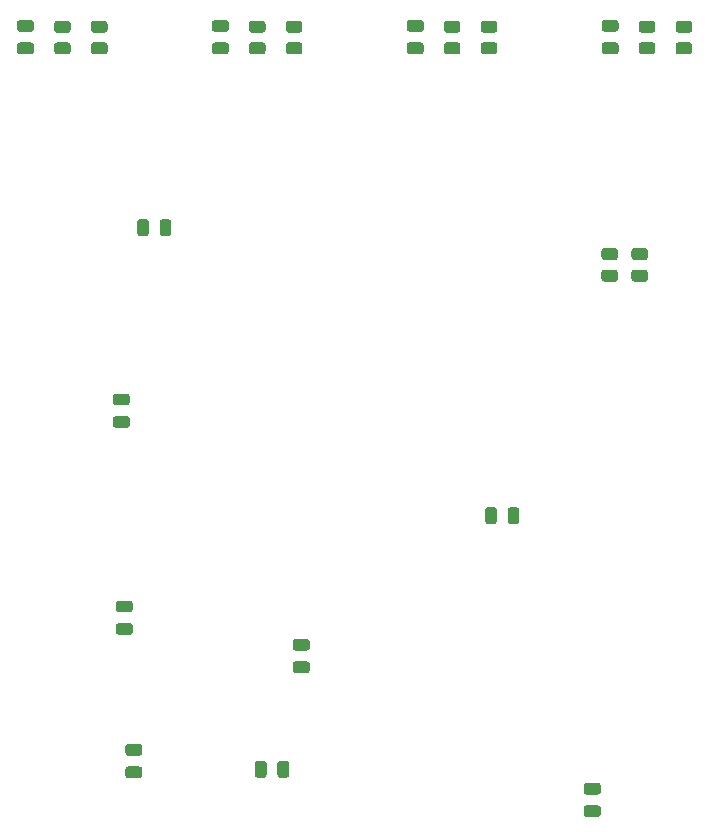
<source format=gbr>
%TF.GenerationSoftware,KiCad,Pcbnew,(5.1.10)-1*%
%TF.CreationDate,2024-07-04T18:25:41+02:00*%
%TF.ProjectId,ApiaryWaterDispensingSystem,41706961-7279-4576-9174-657244697370,rev?*%
%TF.SameCoordinates,Original*%
%TF.FileFunction,Paste,Bot*%
%TF.FilePolarity,Positive*%
%FSLAX46Y46*%
G04 Gerber Fmt 4.6, Leading zero omitted, Abs format (unit mm)*
G04 Created by KiCad (PCBNEW (5.1.10)-1) date 2024-07-04 18:25:41*
%MOMM*%
%LPD*%
G01*
G04 APERTURE LIST*
G04 APERTURE END LIST*
%TO.C,C12*%
G36*
G01*
X67584000Y-57161000D02*
X67584000Y-58111000D01*
G75*
G02*
X67334000Y-58361000I-250000J0D01*
G01*
X66834000Y-58361000D01*
G75*
G02*
X66584000Y-58111000I0J250000D01*
G01*
X66584000Y-57161000D01*
G75*
G02*
X66834000Y-56911000I250000J0D01*
G01*
X67334000Y-56911000D01*
G75*
G02*
X67584000Y-57161000I0J-250000D01*
G01*
G37*
G36*
G01*
X69484000Y-57161000D02*
X69484000Y-58111000D01*
G75*
G02*
X69234000Y-58361000I-250000J0D01*
G01*
X68734000Y-58361000D01*
G75*
G02*
X68484000Y-58111000I0J250000D01*
G01*
X68484000Y-57161000D01*
G75*
G02*
X68734000Y-56911000I250000J0D01*
G01*
X69234000Y-56911000D01*
G75*
G02*
X69484000Y-57161000I0J-250000D01*
G01*
G37*
%TD*%
%TO.C,C11*%
G36*
G01*
X97948000Y-82495000D02*
X97948000Y-81545000D01*
G75*
G02*
X98198000Y-81295000I250000J0D01*
G01*
X98698000Y-81295000D01*
G75*
G02*
X98948000Y-81545000I0J-250000D01*
G01*
X98948000Y-82495000D01*
G75*
G02*
X98698000Y-82745000I-250000J0D01*
G01*
X98198000Y-82745000D01*
G75*
G02*
X97948000Y-82495000I0J250000D01*
G01*
G37*
G36*
G01*
X96048000Y-82495000D02*
X96048000Y-81545000D01*
G75*
G02*
X96298000Y-81295000I250000J0D01*
G01*
X96798000Y-81295000D01*
G75*
G02*
X97048000Y-81545000I0J-250000D01*
G01*
X97048000Y-82495000D01*
G75*
G02*
X96798000Y-82745000I-250000J0D01*
G01*
X96298000Y-82745000D01*
G75*
G02*
X96048000Y-82495000I0J250000D01*
G01*
G37*
%TD*%
%TO.C,C10*%
G36*
G01*
X80005000Y-94350000D02*
X80955000Y-94350000D01*
G75*
G02*
X81205000Y-94600000I0J-250000D01*
G01*
X81205000Y-95100000D01*
G75*
G02*
X80955000Y-95350000I-250000J0D01*
G01*
X80005000Y-95350000D01*
G75*
G02*
X79755000Y-95100000I0J250000D01*
G01*
X79755000Y-94600000D01*
G75*
G02*
X80005000Y-94350000I250000J0D01*
G01*
G37*
G36*
G01*
X80005000Y-92450000D02*
X80955000Y-92450000D01*
G75*
G02*
X81205000Y-92700000I0J-250000D01*
G01*
X81205000Y-93200000D01*
G75*
G02*
X80955000Y-93450000I-250000J0D01*
G01*
X80005000Y-93450000D01*
G75*
G02*
X79755000Y-93200000I0J250000D01*
G01*
X79755000Y-92700000D01*
G75*
G02*
X80005000Y-92450000I250000J0D01*
G01*
G37*
%TD*%
%TO.C,C9*%
G36*
G01*
X65715000Y-72680000D02*
X64765000Y-72680000D01*
G75*
G02*
X64515000Y-72430000I0J250000D01*
G01*
X64515000Y-71930000D01*
G75*
G02*
X64765000Y-71680000I250000J0D01*
G01*
X65715000Y-71680000D01*
G75*
G02*
X65965000Y-71930000I0J-250000D01*
G01*
X65965000Y-72430000D01*
G75*
G02*
X65715000Y-72680000I-250000J0D01*
G01*
G37*
G36*
G01*
X65715000Y-74580000D02*
X64765000Y-74580000D01*
G75*
G02*
X64515000Y-74330000I0J250000D01*
G01*
X64515000Y-73830000D01*
G75*
G02*
X64765000Y-73580000I250000J0D01*
G01*
X65715000Y-73580000D01*
G75*
G02*
X65965000Y-73830000I0J-250000D01*
G01*
X65965000Y-74330000D01*
G75*
G02*
X65715000Y-74580000I-250000J0D01*
G01*
G37*
%TD*%
%TO.C,C8*%
G36*
G01*
X65825000Y-103250000D02*
X66775000Y-103250000D01*
G75*
G02*
X67025000Y-103500000I0J-250000D01*
G01*
X67025000Y-104000000D01*
G75*
G02*
X66775000Y-104250000I-250000J0D01*
G01*
X65825000Y-104250000D01*
G75*
G02*
X65575000Y-104000000I0J250000D01*
G01*
X65575000Y-103500000D01*
G75*
G02*
X65825000Y-103250000I250000J0D01*
G01*
G37*
G36*
G01*
X65825000Y-101350000D02*
X66775000Y-101350000D01*
G75*
G02*
X67025000Y-101600000I0J-250000D01*
G01*
X67025000Y-102100000D01*
G75*
G02*
X66775000Y-102350000I-250000J0D01*
G01*
X65825000Y-102350000D01*
G75*
G02*
X65575000Y-102100000I0J250000D01*
G01*
X65575000Y-101600000D01*
G75*
G02*
X65825000Y-101350000I250000J0D01*
G01*
G37*
%TD*%
%TO.C,C7*%
G36*
G01*
X65969000Y-90206000D02*
X65019000Y-90206000D01*
G75*
G02*
X64769000Y-89956000I0J250000D01*
G01*
X64769000Y-89456000D01*
G75*
G02*
X65019000Y-89206000I250000J0D01*
G01*
X65969000Y-89206000D01*
G75*
G02*
X66219000Y-89456000I0J-250000D01*
G01*
X66219000Y-89956000D01*
G75*
G02*
X65969000Y-90206000I-250000J0D01*
G01*
G37*
G36*
G01*
X65969000Y-92106000D02*
X65019000Y-92106000D01*
G75*
G02*
X64769000Y-91856000I0J250000D01*
G01*
X64769000Y-91356000D01*
G75*
G02*
X65019000Y-91106000I250000J0D01*
G01*
X65969000Y-91106000D01*
G75*
G02*
X66219000Y-91356000I0J-250000D01*
G01*
X66219000Y-91856000D01*
G75*
G02*
X65969000Y-92106000I-250000J0D01*
G01*
G37*
%TD*%
%TO.C,C6*%
G36*
G01*
X77550000Y-103025000D02*
X77550000Y-103975000D01*
G75*
G02*
X77300000Y-104225000I-250000J0D01*
G01*
X76800000Y-104225000D01*
G75*
G02*
X76550000Y-103975000I0J250000D01*
G01*
X76550000Y-103025000D01*
G75*
G02*
X76800000Y-102775000I250000J0D01*
G01*
X77300000Y-102775000D01*
G75*
G02*
X77550000Y-103025000I0J-250000D01*
G01*
G37*
G36*
G01*
X79450000Y-103025000D02*
X79450000Y-103975000D01*
G75*
G02*
X79200000Y-104225000I-250000J0D01*
G01*
X78700000Y-104225000D01*
G75*
G02*
X78450000Y-103975000I0J250000D01*
G01*
X78450000Y-103025000D01*
G75*
G02*
X78700000Y-102775000I250000J0D01*
G01*
X79200000Y-102775000D01*
G75*
G02*
X79450000Y-103025000I0J-250000D01*
G01*
G37*
%TD*%
%TO.C,C5*%
G36*
G01*
X105593000Y-105634000D02*
X104643000Y-105634000D01*
G75*
G02*
X104393000Y-105384000I0J250000D01*
G01*
X104393000Y-104884000D01*
G75*
G02*
X104643000Y-104634000I250000J0D01*
G01*
X105593000Y-104634000D01*
G75*
G02*
X105843000Y-104884000I0J-250000D01*
G01*
X105843000Y-105384000D01*
G75*
G02*
X105593000Y-105634000I-250000J0D01*
G01*
G37*
G36*
G01*
X105593000Y-107534000D02*
X104643000Y-107534000D01*
G75*
G02*
X104393000Y-107284000I0J250000D01*
G01*
X104393000Y-106784000D01*
G75*
G02*
X104643000Y-106534000I250000J0D01*
G01*
X105593000Y-106534000D01*
G75*
G02*
X105843000Y-106784000I0J-250000D01*
G01*
X105843000Y-107284000D01*
G75*
G02*
X105593000Y-107534000I-250000J0D01*
G01*
G37*
%TD*%
%TO.C,R10*%
G36*
G01*
X63825001Y-41137500D02*
X62924999Y-41137500D01*
G75*
G02*
X62675000Y-40887501I0J249999D01*
G01*
X62675000Y-40362499D01*
G75*
G02*
X62924999Y-40112500I249999J0D01*
G01*
X63825001Y-40112500D01*
G75*
G02*
X64075000Y-40362499I0J-249999D01*
G01*
X64075000Y-40887501D01*
G75*
G02*
X63825001Y-41137500I-249999J0D01*
G01*
G37*
G36*
G01*
X63825001Y-42962500D02*
X62924999Y-42962500D01*
G75*
G02*
X62675000Y-42712501I0J249999D01*
G01*
X62675000Y-42187499D01*
G75*
G02*
X62924999Y-41937500I249999J0D01*
G01*
X63825001Y-41937500D01*
G75*
G02*
X64075000Y-42187499I0J-249999D01*
G01*
X64075000Y-42712501D01*
G75*
G02*
X63825001Y-42962500I-249999J0D01*
G01*
G37*
%TD*%
%TO.C,R9*%
G36*
G01*
X60700001Y-41137500D02*
X59799999Y-41137500D01*
G75*
G02*
X59550000Y-40887501I0J249999D01*
G01*
X59550000Y-40362499D01*
G75*
G02*
X59799999Y-40112500I249999J0D01*
G01*
X60700001Y-40112500D01*
G75*
G02*
X60950000Y-40362499I0J-249999D01*
G01*
X60950000Y-40887501D01*
G75*
G02*
X60700001Y-41137500I-249999J0D01*
G01*
G37*
G36*
G01*
X60700001Y-42962500D02*
X59799999Y-42962500D01*
G75*
G02*
X59550000Y-42712501I0J249999D01*
G01*
X59550000Y-42187499D01*
G75*
G02*
X59799999Y-41937500I249999J0D01*
G01*
X60700001Y-41937500D01*
G75*
G02*
X60950000Y-42187499I0J-249999D01*
G01*
X60950000Y-42712501D01*
G75*
G02*
X60700001Y-42962500I-249999J0D01*
G01*
G37*
%TD*%
%TO.C,R8*%
G36*
G01*
X80325001Y-41137500D02*
X79424999Y-41137500D01*
G75*
G02*
X79175000Y-40887501I0J249999D01*
G01*
X79175000Y-40362499D01*
G75*
G02*
X79424999Y-40112500I249999J0D01*
G01*
X80325001Y-40112500D01*
G75*
G02*
X80575000Y-40362499I0J-249999D01*
G01*
X80575000Y-40887501D01*
G75*
G02*
X80325001Y-41137500I-249999J0D01*
G01*
G37*
G36*
G01*
X80325001Y-42962500D02*
X79424999Y-42962500D01*
G75*
G02*
X79175000Y-42712501I0J249999D01*
G01*
X79175000Y-42187499D01*
G75*
G02*
X79424999Y-41937500I249999J0D01*
G01*
X80325001Y-41937500D01*
G75*
G02*
X80575000Y-42187499I0J-249999D01*
G01*
X80575000Y-42712501D01*
G75*
G02*
X80325001Y-42962500I-249999J0D01*
G01*
G37*
%TD*%
%TO.C,R7*%
G36*
G01*
X77200001Y-41137500D02*
X76299999Y-41137500D01*
G75*
G02*
X76050000Y-40887501I0J249999D01*
G01*
X76050000Y-40362499D01*
G75*
G02*
X76299999Y-40112500I249999J0D01*
G01*
X77200001Y-40112500D01*
G75*
G02*
X77450000Y-40362499I0J-249999D01*
G01*
X77450000Y-40887501D01*
G75*
G02*
X77200001Y-41137500I-249999J0D01*
G01*
G37*
G36*
G01*
X77200001Y-42962500D02*
X76299999Y-42962500D01*
G75*
G02*
X76050000Y-42712501I0J249999D01*
G01*
X76050000Y-42187499D01*
G75*
G02*
X76299999Y-41937500I249999J0D01*
G01*
X77200001Y-41937500D01*
G75*
G02*
X77450000Y-42187499I0J-249999D01*
G01*
X77450000Y-42712501D01*
G75*
G02*
X77200001Y-42962500I-249999J0D01*
G01*
G37*
%TD*%
%TO.C,R6*%
G36*
G01*
X96825001Y-41137500D02*
X95924999Y-41137500D01*
G75*
G02*
X95675000Y-40887501I0J249999D01*
G01*
X95675000Y-40362499D01*
G75*
G02*
X95924999Y-40112500I249999J0D01*
G01*
X96825001Y-40112500D01*
G75*
G02*
X97075000Y-40362499I0J-249999D01*
G01*
X97075000Y-40887501D01*
G75*
G02*
X96825001Y-41137500I-249999J0D01*
G01*
G37*
G36*
G01*
X96825001Y-42962500D02*
X95924999Y-42962500D01*
G75*
G02*
X95675000Y-42712501I0J249999D01*
G01*
X95675000Y-42187499D01*
G75*
G02*
X95924999Y-41937500I249999J0D01*
G01*
X96825001Y-41937500D01*
G75*
G02*
X97075000Y-42187499I0J-249999D01*
G01*
X97075000Y-42712501D01*
G75*
G02*
X96825001Y-42962500I-249999J0D01*
G01*
G37*
%TD*%
%TO.C,R5*%
G36*
G01*
X93700001Y-41137500D02*
X92799999Y-41137500D01*
G75*
G02*
X92550000Y-40887501I0J249999D01*
G01*
X92550000Y-40362499D01*
G75*
G02*
X92799999Y-40112500I249999J0D01*
G01*
X93700001Y-40112500D01*
G75*
G02*
X93950000Y-40362499I0J-249999D01*
G01*
X93950000Y-40887501D01*
G75*
G02*
X93700001Y-41137500I-249999J0D01*
G01*
G37*
G36*
G01*
X93700001Y-42962500D02*
X92799999Y-42962500D01*
G75*
G02*
X92550000Y-42712501I0J249999D01*
G01*
X92550000Y-42187499D01*
G75*
G02*
X92799999Y-41937500I249999J0D01*
G01*
X93700001Y-41937500D01*
G75*
G02*
X93950000Y-42187499I0J-249999D01*
G01*
X93950000Y-42712501D01*
G75*
G02*
X93700001Y-42962500I-249999J0D01*
G01*
G37*
%TD*%
%TO.C,R4*%
G36*
G01*
X113325001Y-41137500D02*
X112424999Y-41137500D01*
G75*
G02*
X112175000Y-40887501I0J249999D01*
G01*
X112175000Y-40362499D01*
G75*
G02*
X112424999Y-40112500I249999J0D01*
G01*
X113325001Y-40112500D01*
G75*
G02*
X113575000Y-40362499I0J-249999D01*
G01*
X113575000Y-40887501D01*
G75*
G02*
X113325001Y-41137500I-249999J0D01*
G01*
G37*
G36*
G01*
X113325001Y-42962500D02*
X112424999Y-42962500D01*
G75*
G02*
X112175000Y-42712501I0J249999D01*
G01*
X112175000Y-42187499D01*
G75*
G02*
X112424999Y-41937500I249999J0D01*
G01*
X113325001Y-41937500D01*
G75*
G02*
X113575000Y-42187499I0J-249999D01*
G01*
X113575000Y-42712501D01*
G75*
G02*
X113325001Y-42962500I-249999J0D01*
G01*
G37*
%TD*%
%TO.C,R3*%
G36*
G01*
X106139999Y-61187500D02*
X107040001Y-61187500D01*
G75*
G02*
X107290000Y-61437499I0J-249999D01*
G01*
X107290000Y-61962501D01*
G75*
G02*
X107040001Y-62212500I-249999J0D01*
G01*
X106139999Y-62212500D01*
G75*
G02*
X105890000Y-61962501I0J249999D01*
G01*
X105890000Y-61437499D01*
G75*
G02*
X106139999Y-61187500I249999J0D01*
G01*
G37*
G36*
G01*
X106139999Y-59362500D02*
X107040001Y-59362500D01*
G75*
G02*
X107290000Y-59612499I0J-249999D01*
G01*
X107290000Y-60137501D01*
G75*
G02*
X107040001Y-60387500I-249999J0D01*
G01*
X106139999Y-60387500D01*
G75*
G02*
X105890000Y-60137501I0J249999D01*
G01*
X105890000Y-59612499D01*
G75*
G02*
X106139999Y-59362500I249999J0D01*
G01*
G37*
%TD*%
%TO.C,R2*%
G36*
G01*
X110200001Y-41137500D02*
X109299999Y-41137500D01*
G75*
G02*
X109050000Y-40887501I0J249999D01*
G01*
X109050000Y-40362499D01*
G75*
G02*
X109299999Y-40112500I249999J0D01*
G01*
X110200001Y-40112500D01*
G75*
G02*
X110450000Y-40362499I0J-249999D01*
G01*
X110450000Y-40887501D01*
G75*
G02*
X110200001Y-41137500I-249999J0D01*
G01*
G37*
G36*
G01*
X110200001Y-42962500D02*
X109299999Y-42962500D01*
G75*
G02*
X109050000Y-42712501I0J249999D01*
G01*
X109050000Y-42187499D01*
G75*
G02*
X109299999Y-41937500I249999J0D01*
G01*
X110200001Y-41937500D01*
G75*
G02*
X110450000Y-42187499I0J-249999D01*
G01*
X110450000Y-42712501D01*
G75*
G02*
X110200001Y-42962500I-249999J0D01*
G01*
G37*
%TD*%
%TO.C,R1*%
G36*
G01*
X108679999Y-61187500D02*
X109580001Y-61187500D01*
G75*
G02*
X109830000Y-61437499I0J-249999D01*
G01*
X109830000Y-61962501D01*
G75*
G02*
X109580001Y-62212500I-249999J0D01*
G01*
X108679999Y-62212500D01*
G75*
G02*
X108430000Y-61962501I0J249999D01*
G01*
X108430000Y-61437499D01*
G75*
G02*
X108679999Y-61187500I249999J0D01*
G01*
G37*
G36*
G01*
X108679999Y-59362500D02*
X109580001Y-59362500D01*
G75*
G02*
X109830000Y-59612499I0J-249999D01*
G01*
X109830000Y-60137501D01*
G75*
G02*
X109580001Y-60387500I-249999J0D01*
G01*
X108679999Y-60387500D01*
G75*
G02*
X108430000Y-60137501I0J249999D01*
G01*
X108430000Y-59612499D01*
G75*
G02*
X108679999Y-59362500I249999J0D01*
G01*
G37*
%TD*%
%TO.C,C4*%
G36*
G01*
X56650000Y-41950000D02*
X57600000Y-41950000D01*
G75*
G02*
X57850000Y-42200000I0J-250000D01*
G01*
X57850000Y-42700000D01*
G75*
G02*
X57600000Y-42950000I-250000J0D01*
G01*
X56650000Y-42950000D01*
G75*
G02*
X56400000Y-42700000I0J250000D01*
G01*
X56400000Y-42200000D01*
G75*
G02*
X56650000Y-41950000I250000J0D01*
G01*
G37*
G36*
G01*
X56650000Y-40050000D02*
X57600000Y-40050000D01*
G75*
G02*
X57850000Y-40300000I0J-250000D01*
G01*
X57850000Y-40800000D01*
G75*
G02*
X57600000Y-41050000I-250000J0D01*
G01*
X56650000Y-41050000D01*
G75*
G02*
X56400000Y-40800000I0J250000D01*
G01*
X56400000Y-40300000D01*
G75*
G02*
X56650000Y-40050000I250000J0D01*
G01*
G37*
%TD*%
%TO.C,C3*%
G36*
G01*
X73150000Y-41950000D02*
X74100000Y-41950000D01*
G75*
G02*
X74350000Y-42200000I0J-250000D01*
G01*
X74350000Y-42700000D01*
G75*
G02*
X74100000Y-42950000I-250000J0D01*
G01*
X73150000Y-42950000D01*
G75*
G02*
X72900000Y-42700000I0J250000D01*
G01*
X72900000Y-42200000D01*
G75*
G02*
X73150000Y-41950000I250000J0D01*
G01*
G37*
G36*
G01*
X73150000Y-40050000D02*
X74100000Y-40050000D01*
G75*
G02*
X74350000Y-40300000I0J-250000D01*
G01*
X74350000Y-40800000D01*
G75*
G02*
X74100000Y-41050000I-250000J0D01*
G01*
X73150000Y-41050000D01*
G75*
G02*
X72900000Y-40800000I0J250000D01*
G01*
X72900000Y-40300000D01*
G75*
G02*
X73150000Y-40050000I250000J0D01*
G01*
G37*
%TD*%
%TO.C,C2*%
G36*
G01*
X89650000Y-41950000D02*
X90600000Y-41950000D01*
G75*
G02*
X90850000Y-42200000I0J-250000D01*
G01*
X90850000Y-42700000D01*
G75*
G02*
X90600000Y-42950000I-250000J0D01*
G01*
X89650000Y-42950000D01*
G75*
G02*
X89400000Y-42700000I0J250000D01*
G01*
X89400000Y-42200000D01*
G75*
G02*
X89650000Y-41950000I250000J0D01*
G01*
G37*
G36*
G01*
X89650000Y-40050000D02*
X90600000Y-40050000D01*
G75*
G02*
X90850000Y-40300000I0J-250000D01*
G01*
X90850000Y-40800000D01*
G75*
G02*
X90600000Y-41050000I-250000J0D01*
G01*
X89650000Y-41050000D01*
G75*
G02*
X89400000Y-40800000I0J250000D01*
G01*
X89400000Y-40300000D01*
G75*
G02*
X89650000Y-40050000I250000J0D01*
G01*
G37*
%TD*%
%TO.C,C1*%
G36*
G01*
X106150000Y-41950000D02*
X107100000Y-41950000D01*
G75*
G02*
X107350000Y-42200000I0J-250000D01*
G01*
X107350000Y-42700000D01*
G75*
G02*
X107100000Y-42950000I-250000J0D01*
G01*
X106150000Y-42950000D01*
G75*
G02*
X105900000Y-42700000I0J250000D01*
G01*
X105900000Y-42200000D01*
G75*
G02*
X106150000Y-41950000I250000J0D01*
G01*
G37*
G36*
G01*
X106150000Y-40050000D02*
X107100000Y-40050000D01*
G75*
G02*
X107350000Y-40300000I0J-250000D01*
G01*
X107350000Y-40800000D01*
G75*
G02*
X107100000Y-41050000I-250000J0D01*
G01*
X106150000Y-41050000D01*
G75*
G02*
X105900000Y-40800000I0J250000D01*
G01*
X105900000Y-40300000D01*
G75*
G02*
X106150000Y-40050000I250000J0D01*
G01*
G37*
%TD*%
M02*

</source>
